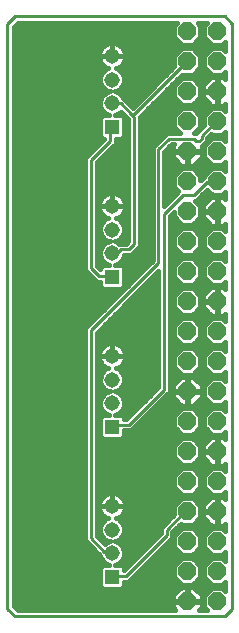
<source format=gbl>
G75*
%MOIN*%
%OFA0B0*%
%FSLAX25Y25*%
%IPPOS*%
%LPD*%
%AMOC8*
5,1,8,0,0,1.08239X$1,22.5*
%
%ADD10C,0.01000*%
%ADD11R,0.05150X0.05150*%
%ADD12C,0.05150*%
%ADD13OC8,0.06000*%
%ADD14C,0.01600*%
D10*
X0011800Y0014300D02*
X0011800Y0209300D01*
X0014300Y0211800D01*
X0084300Y0211800D01*
X0086800Y0209300D01*
X0086800Y0014300D01*
X0084300Y0011800D01*
X0014300Y0011800D01*
X0011800Y0014300D01*
X0039700Y0037900D02*
X0039700Y0107200D01*
X0062200Y0129700D01*
X0062200Y0167500D01*
X0065800Y0171100D01*
X0073900Y0171100D01*
X0074800Y0170200D01*
X0075700Y0170200D01*
X0076600Y0171100D01*
X0076600Y0172000D01*
X0081100Y0176500D01*
X0081800Y0176800D01*
X0081800Y0156800D02*
X0081100Y0156700D01*
X0078400Y0156700D01*
X0073900Y0152200D01*
X0070300Y0152200D01*
X0064000Y0145900D01*
X0064000Y0087400D01*
X0052300Y0075700D01*
X0046900Y0075700D01*
X0046800Y0074989D01*
X0039700Y0037900D02*
X0044200Y0033400D01*
X0046000Y0033400D01*
X0046800Y0032863D01*
X0046900Y0025300D02*
X0046800Y0024989D01*
X0046900Y0025300D02*
X0051400Y0025300D01*
X0064900Y0038800D01*
X0064900Y0040600D01*
X0071200Y0046900D01*
X0071800Y0046800D01*
X0046800Y0124989D02*
X0046000Y0125200D01*
X0042400Y0125200D01*
X0039700Y0127900D01*
X0039700Y0163900D01*
X0046000Y0170200D01*
X0046000Y0174700D01*
X0046800Y0174989D01*
X0053200Y0179200D02*
X0049600Y0182800D01*
X0046900Y0182800D01*
X0046800Y0182863D01*
X0053200Y0179200D02*
X0054100Y0179200D01*
X0071200Y0196300D01*
X0071800Y0196800D01*
X0054100Y0178300D02*
X0053200Y0179200D01*
X0054100Y0178300D02*
X0054100Y0136000D01*
X0052300Y0134200D01*
X0049600Y0134200D01*
X0048700Y0133300D01*
X0046900Y0133300D01*
X0046800Y0132863D01*
D11*
X0046800Y0124989D03*
X0046800Y0074989D03*
X0046800Y0024989D03*
X0046800Y0174989D03*
D12*
X0046800Y0182863D03*
X0046800Y0190737D03*
X0046800Y0198611D03*
X0046800Y0148611D03*
X0046800Y0140737D03*
X0046800Y0132863D03*
X0046800Y0098611D03*
X0046800Y0090737D03*
X0046800Y0082863D03*
X0046800Y0048611D03*
X0046800Y0040737D03*
X0046800Y0032863D03*
D13*
X0071800Y0036800D03*
X0071800Y0046800D03*
X0071800Y0056800D03*
X0071800Y0066800D03*
X0071800Y0076800D03*
X0071800Y0086800D03*
X0071800Y0096800D03*
X0071800Y0106800D03*
X0071800Y0116800D03*
X0071800Y0126800D03*
X0071800Y0136800D03*
X0071800Y0146800D03*
X0071800Y0156800D03*
X0071800Y0166800D03*
X0071800Y0176800D03*
X0071800Y0186800D03*
X0071800Y0196800D03*
X0071800Y0206800D03*
X0081800Y0206800D03*
X0081800Y0196800D03*
X0081800Y0186800D03*
X0081800Y0176800D03*
X0081800Y0166800D03*
X0081800Y0156800D03*
X0081800Y0146800D03*
X0081800Y0136800D03*
X0081800Y0126800D03*
X0081800Y0116800D03*
X0081800Y0106800D03*
X0081800Y0096800D03*
X0081800Y0086800D03*
X0081800Y0076800D03*
X0081800Y0066800D03*
X0081800Y0056800D03*
X0081800Y0046800D03*
X0081800Y0036800D03*
X0081800Y0026800D03*
X0081800Y0016800D03*
X0071800Y0016800D03*
X0071800Y0026800D03*
D14*
X0069388Y0022990D02*
X0050775Y0022990D01*
X0050775Y0023400D02*
X0052187Y0023400D01*
X0065687Y0036900D01*
X0066800Y0038013D01*
X0066800Y0039813D01*
X0069682Y0042695D01*
X0069977Y0042400D01*
X0073623Y0042400D01*
X0076200Y0044977D01*
X0076200Y0048623D01*
X0073623Y0051200D01*
X0069977Y0051200D01*
X0067400Y0048623D01*
X0067400Y0045787D01*
X0063000Y0041387D01*
X0063000Y0039587D01*
X0050775Y0027362D01*
X0050775Y0028144D01*
X0049955Y0028964D01*
X0047773Y0028964D01*
X0049052Y0029493D01*
X0050170Y0030611D01*
X0050775Y0032072D01*
X0050775Y0033654D01*
X0050170Y0035115D01*
X0049052Y0036233D01*
X0047682Y0036800D01*
X0049052Y0037367D01*
X0050170Y0038485D01*
X0050775Y0039946D01*
X0050775Y0041528D01*
X0050170Y0042989D01*
X0049052Y0044107D01*
X0048191Y0044463D01*
X0048479Y0044557D01*
X0049093Y0044869D01*
X0049650Y0045274D01*
X0050137Y0045761D01*
X0050542Y0046318D01*
X0050854Y0046932D01*
X0051067Y0047587D01*
X0051175Y0048267D01*
X0051175Y0048611D01*
X0046800Y0048611D01*
X0046800Y0048611D01*
X0042425Y0048611D01*
X0042425Y0048267D01*
X0042533Y0047587D01*
X0042746Y0046932D01*
X0043058Y0046318D01*
X0043463Y0045761D01*
X0043950Y0045274D01*
X0044507Y0044869D01*
X0045121Y0044557D01*
X0045409Y0044463D01*
X0044548Y0044107D01*
X0043430Y0042989D01*
X0042825Y0041528D01*
X0042825Y0039946D01*
X0043430Y0038485D01*
X0044548Y0037367D01*
X0045918Y0036800D01*
X0044548Y0036233D01*
X0044301Y0035986D01*
X0041600Y0038687D01*
X0041600Y0106413D01*
X0062100Y0126913D01*
X0062100Y0088187D01*
X0051513Y0077600D01*
X0050775Y0077600D01*
X0050775Y0078144D01*
X0049955Y0078964D01*
X0047773Y0078964D01*
X0049052Y0079493D01*
X0050170Y0080611D01*
X0050775Y0082072D01*
X0050775Y0083654D01*
X0050170Y0085115D01*
X0049052Y0086233D01*
X0047682Y0086800D01*
X0049052Y0087367D01*
X0050170Y0088485D01*
X0050775Y0089946D01*
X0050775Y0091528D01*
X0050170Y0092989D01*
X0049052Y0094107D01*
X0048191Y0094463D01*
X0048479Y0094557D01*
X0049093Y0094869D01*
X0049650Y0095274D01*
X0050137Y0095761D01*
X0050542Y0096318D01*
X0050854Y0096932D01*
X0051067Y0097587D01*
X0051175Y0098267D01*
X0051175Y0098611D01*
X0046800Y0098611D01*
X0046800Y0098611D01*
X0042425Y0098611D01*
X0042425Y0098267D01*
X0042533Y0097587D01*
X0042746Y0096932D01*
X0043058Y0096318D01*
X0043463Y0095761D01*
X0043950Y0095274D01*
X0044507Y0094869D01*
X0045121Y0094557D01*
X0045409Y0094463D01*
X0044548Y0094107D01*
X0043430Y0092989D01*
X0042825Y0091528D01*
X0042825Y0089946D01*
X0043430Y0088485D01*
X0044548Y0087367D01*
X0045918Y0086800D01*
X0044548Y0086233D01*
X0043430Y0085115D01*
X0042825Y0083654D01*
X0042825Y0082072D01*
X0043430Y0080611D01*
X0044548Y0079493D01*
X0045827Y0078964D01*
X0043645Y0078964D01*
X0042825Y0078144D01*
X0042825Y0071834D01*
X0043645Y0071014D01*
X0049955Y0071014D01*
X0050775Y0071834D01*
X0050775Y0073800D01*
X0053087Y0073800D01*
X0064787Y0085500D01*
X0065900Y0086613D01*
X0065900Y0145113D01*
X0067400Y0146613D01*
X0067400Y0144977D01*
X0069977Y0142400D01*
X0073623Y0142400D01*
X0076200Y0144977D01*
X0076200Y0148623D01*
X0074523Y0150300D01*
X0074687Y0150300D01*
X0078382Y0153995D01*
X0079977Y0152400D01*
X0083623Y0152400D01*
X0084500Y0153277D01*
X0084500Y0150888D01*
X0083788Y0151600D01*
X0082000Y0151600D01*
X0082000Y0147000D01*
X0081600Y0147000D01*
X0081600Y0151600D01*
X0079812Y0151600D01*
X0077000Y0148788D01*
X0077000Y0147000D01*
X0081600Y0147000D01*
X0081600Y0146600D01*
X0082000Y0146600D01*
X0082000Y0142000D01*
X0083788Y0142000D01*
X0084500Y0142712D01*
X0084500Y0140323D01*
X0083623Y0141200D01*
X0079977Y0141200D01*
X0077400Y0138623D01*
X0077400Y0134977D01*
X0079977Y0132400D01*
X0083623Y0132400D01*
X0084500Y0133277D01*
X0084500Y0130323D01*
X0083623Y0131200D01*
X0079977Y0131200D01*
X0077400Y0128623D01*
X0077400Y0124977D01*
X0079977Y0122400D01*
X0083623Y0122400D01*
X0084500Y0123277D01*
X0084500Y0120888D01*
X0083788Y0121600D01*
X0082000Y0121600D01*
X0082000Y0117000D01*
X0081600Y0117000D01*
X0081600Y0121600D01*
X0079812Y0121600D01*
X0077000Y0118788D01*
X0077000Y0117000D01*
X0081600Y0117000D01*
X0081600Y0116600D01*
X0082000Y0116600D01*
X0082000Y0112000D01*
X0083788Y0112000D01*
X0084500Y0112712D01*
X0084500Y0110323D01*
X0083623Y0111200D01*
X0079977Y0111200D01*
X0077400Y0108623D01*
X0077400Y0104977D01*
X0079977Y0102400D01*
X0083623Y0102400D01*
X0084500Y0103277D01*
X0084500Y0100323D01*
X0083623Y0101200D01*
X0079977Y0101200D01*
X0077400Y0098623D01*
X0077400Y0094977D01*
X0079977Y0092400D01*
X0083623Y0092400D01*
X0084500Y0093277D01*
X0084500Y0090323D01*
X0083623Y0091200D01*
X0079977Y0091200D01*
X0077400Y0088623D01*
X0077400Y0084977D01*
X0079977Y0082400D01*
X0083623Y0082400D01*
X0084500Y0083277D01*
X0084500Y0080323D01*
X0083623Y0081200D01*
X0079977Y0081200D01*
X0077400Y0078623D01*
X0077400Y0074977D01*
X0079977Y0072400D01*
X0083623Y0072400D01*
X0084500Y0073277D01*
X0084500Y0070888D01*
X0083788Y0071600D01*
X0082000Y0071600D01*
X0082000Y0067000D01*
X0081600Y0067000D01*
X0081600Y0071600D01*
X0079812Y0071600D01*
X0077000Y0068788D01*
X0077000Y0067000D01*
X0081600Y0067000D01*
X0081600Y0066600D01*
X0082000Y0066600D01*
X0082000Y0062000D01*
X0083788Y0062000D01*
X0084500Y0062712D01*
X0084500Y0060323D01*
X0083623Y0061200D01*
X0079977Y0061200D01*
X0077400Y0058623D01*
X0077400Y0054977D01*
X0079977Y0052400D01*
X0083623Y0052400D01*
X0084500Y0053277D01*
X0084500Y0050888D01*
X0083788Y0051600D01*
X0082000Y0051600D01*
X0082000Y0047000D01*
X0081600Y0047000D01*
X0081600Y0051600D01*
X0079812Y0051600D01*
X0077000Y0048788D01*
X0077000Y0047000D01*
X0081600Y0047000D01*
X0081600Y0046600D01*
X0082000Y0046600D01*
X0082000Y0042000D01*
X0083788Y0042000D01*
X0084500Y0042712D01*
X0084500Y0040323D01*
X0083623Y0041200D01*
X0079977Y0041200D01*
X0077400Y0038623D01*
X0077400Y0034977D01*
X0079977Y0032400D01*
X0083623Y0032400D01*
X0084500Y0033277D01*
X0084500Y0030323D01*
X0083623Y0031200D01*
X0079977Y0031200D01*
X0077400Y0028623D01*
X0077400Y0024977D01*
X0079977Y0022400D01*
X0083623Y0022400D01*
X0084500Y0023277D01*
X0084500Y0020323D01*
X0083623Y0021200D01*
X0079977Y0021200D01*
X0077400Y0018623D01*
X0077400Y0014977D01*
X0078277Y0014100D01*
X0075888Y0014100D01*
X0076600Y0014812D01*
X0076600Y0016600D01*
X0072000Y0016600D01*
X0072000Y0017000D01*
X0071600Y0017000D01*
X0071600Y0021600D01*
X0069812Y0021600D01*
X0067000Y0018788D01*
X0067000Y0017000D01*
X0071600Y0017000D01*
X0071600Y0016600D01*
X0067000Y0016600D01*
X0067000Y0014812D01*
X0067712Y0014100D01*
X0015253Y0014100D01*
X0014100Y0015253D01*
X0014100Y0208347D01*
X0015253Y0209500D01*
X0068277Y0209500D01*
X0067400Y0208623D01*
X0067400Y0204977D01*
X0069977Y0202400D01*
X0073623Y0202400D01*
X0076200Y0204977D01*
X0076200Y0208623D01*
X0075323Y0209500D01*
X0078277Y0209500D01*
X0077400Y0208623D01*
X0077400Y0204977D01*
X0079977Y0202400D01*
X0083623Y0202400D01*
X0084500Y0203277D01*
X0084500Y0200323D01*
X0083623Y0201200D01*
X0079977Y0201200D01*
X0077400Y0198623D01*
X0077400Y0194977D01*
X0079977Y0192400D01*
X0083623Y0192400D01*
X0084500Y0193277D01*
X0084500Y0190888D01*
X0083788Y0191600D01*
X0082000Y0191600D01*
X0082000Y0187000D01*
X0081600Y0187000D01*
X0081600Y0191600D01*
X0079812Y0191600D01*
X0077000Y0188788D01*
X0077000Y0187000D01*
X0081600Y0187000D01*
X0081600Y0186600D01*
X0082000Y0186600D01*
X0082000Y0182000D01*
X0083788Y0182000D01*
X0084500Y0182712D01*
X0084500Y0180323D01*
X0083623Y0181200D01*
X0079977Y0181200D01*
X0077400Y0178623D01*
X0077400Y0175487D01*
X0074800Y0172887D01*
X0074687Y0173000D01*
X0074223Y0173000D01*
X0076200Y0174977D01*
X0076200Y0178623D01*
X0073623Y0181200D01*
X0069977Y0181200D01*
X0067400Y0178623D01*
X0067400Y0174977D01*
X0069377Y0173000D01*
X0065013Y0173000D01*
X0063900Y0171887D01*
X0060300Y0168287D01*
X0060300Y0130487D01*
X0037800Y0107987D01*
X0037800Y0037113D01*
X0038913Y0036000D01*
X0042825Y0032088D01*
X0042825Y0032072D01*
X0043430Y0030611D01*
X0044548Y0029493D01*
X0045827Y0028964D01*
X0043645Y0028964D01*
X0042825Y0028144D01*
X0042825Y0021834D01*
X0043645Y0021014D01*
X0049955Y0021014D01*
X0050775Y0021834D01*
X0050775Y0023400D01*
X0050332Y0021391D02*
X0069603Y0021391D01*
X0069977Y0022400D02*
X0073623Y0022400D01*
X0076200Y0024977D01*
X0076200Y0028623D01*
X0073623Y0031200D01*
X0069977Y0031200D01*
X0067400Y0028623D01*
X0067400Y0024977D01*
X0069977Y0022400D01*
X0071600Y0021391D02*
X0072000Y0021391D01*
X0072000Y0021600D02*
X0072000Y0017000D01*
X0076600Y0017000D01*
X0076600Y0018788D01*
X0073788Y0021600D01*
X0072000Y0021600D01*
X0072000Y0019793D02*
X0071600Y0019793D01*
X0071600Y0018194D02*
X0072000Y0018194D01*
X0073997Y0021391D02*
X0084500Y0021391D01*
X0084500Y0022990D02*
X0084212Y0022990D01*
X0084500Y0030982D02*
X0083840Y0030982D01*
X0083803Y0032581D02*
X0084500Y0032581D01*
X0084500Y0040573D02*
X0084249Y0040573D01*
X0084500Y0042172D02*
X0083960Y0042172D01*
X0082000Y0042172D02*
X0081600Y0042172D01*
X0081600Y0042000D02*
X0081600Y0046600D01*
X0077000Y0046600D01*
X0077000Y0044812D01*
X0079812Y0042000D01*
X0081600Y0042000D01*
X0081600Y0043770D02*
X0082000Y0043770D01*
X0082000Y0045369D02*
X0081600Y0045369D01*
X0081600Y0046967D02*
X0076200Y0046967D01*
X0076200Y0045369D02*
X0077000Y0045369D01*
X0078042Y0043770D02*
X0074993Y0043770D01*
X0074249Y0040573D02*
X0079351Y0040573D01*
X0079640Y0042172D02*
X0069159Y0042172D01*
X0069977Y0041200D02*
X0067400Y0038623D01*
X0067400Y0034977D01*
X0069977Y0032400D01*
X0073623Y0032400D01*
X0076200Y0034977D01*
X0076200Y0038623D01*
X0073623Y0041200D01*
X0069977Y0041200D01*
X0069351Y0040573D02*
X0067560Y0040573D01*
X0067752Y0038975D02*
X0066800Y0038975D01*
X0067400Y0037376D02*
X0066163Y0037376D01*
X0067400Y0035778D02*
X0064565Y0035778D01*
X0062966Y0034179D02*
X0068198Y0034179D01*
X0069797Y0032581D02*
X0061368Y0032581D01*
X0059769Y0030982D02*
X0069760Y0030982D01*
X0068161Y0029384D02*
X0058171Y0029384D01*
X0056572Y0027785D02*
X0067400Y0027785D01*
X0067400Y0026187D02*
X0054974Y0026187D01*
X0053375Y0024588D02*
X0067789Y0024588D01*
X0068004Y0019793D02*
X0014100Y0019793D01*
X0014100Y0021391D02*
X0043268Y0021391D01*
X0042825Y0022990D02*
X0014100Y0022990D01*
X0014100Y0024588D02*
X0042825Y0024588D01*
X0042825Y0026187D02*
X0014100Y0026187D01*
X0014100Y0027785D02*
X0042825Y0027785D01*
X0043277Y0030982D02*
X0014100Y0030982D01*
X0014100Y0029384D02*
X0044813Y0029384D01*
X0042332Y0032581D02*
X0014100Y0032581D01*
X0014100Y0034179D02*
X0040734Y0034179D01*
X0039135Y0035778D02*
X0014100Y0035778D01*
X0014100Y0037376D02*
X0037800Y0037376D01*
X0037800Y0038975D02*
X0014100Y0038975D01*
X0014100Y0040573D02*
X0037800Y0040573D01*
X0037800Y0042172D02*
X0014100Y0042172D01*
X0014100Y0043770D02*
X0037800Y0043770D01*
X0037800Y0045369D02*
X0014100Y0045369D01*
X0014100Y0046967D02*
X0037800Y0046967D01*
X0037800Y0048566D02*
X0014100Y0048566D01*
X0014100Y0050164D02*
X0037800Y0050164D01*
X0037800Y0051763D02*
X0014100Y0051763D01*
X0014100Y0053361D02*
X0037800Y0053361D01*
X0037800Y0054960D02*
X0014100Y0054960D01*
X0014100Y0056558D02*
X0037800Y0056558D01*
X0037800Y0058157D02*
X0014100Y0058157D01*
X0014100Y0059755D02*
X0037800Y0059755D01*
X0037800Y0061354D02*
X0014100Y0061354D01*
X0014100Y0062952D02*
X0037800Y0062952D01*
X0037800Y0064551D02*
X0014100Y0064551D01*
X0014100Y0066149D02*
X0037800Y0066149D01*
X0037800Y0067748D02*
X0014100Y0067748D01*
X0014100Y0069346D02*
X0037800Y0069346D01*
X0037800Y0070945D02*
X0014100Y0070945D01*
X0014100Y0072543D02*
X0037800Y0072543D01*
X0037800Y0074142D02*
X0014100Y0074142D01*
X0014100Y0075740D02*
X0037800Y0075740D01*
X0037800Y0077339D02*
X0014100Y0077339D01*
X0014100Y0078937D02*
X0037800Y0078937D01*
X0037800Y0080536D02*
X0014100Y0080536D01*
X0014100Y0082134D02*
X0037800Y0082134D01*
X0037800Y0083733D02*
X0014100Y0083733D01*
X0014100Y0085332D02*
X0037800Y0085332D01*
X0037800Y0086930D02*
X0014100Y0086930D01*
X0014100Y0088529D02*
X0037800Y0088529D01*
X0037800Y0090127D02*
X0014100Y0090127D01*
X0014100Y0091726D02*
X0037800Y0091726D01*
X0037800Y0093324D02*
X0014100Y0093324D01*
X0014100Y0094923D02*
X0037800Y0094923D01*
X0037800Y0096521D02*
X0014100Y0096521D01*
X0014100Y0098120D02*
X0037800Y0098120D01*
X0037800Y0099718D02*
X0014100Y0099718D01*
X0014100Y0101317D02*
X0037800Y0101317D01*
X0037800Y0102915D02*
X0014100Y0102915D01*
X0014100Y0104514D02*
X0037800Y0104514D01*
X0037800Y0106112D02*
X0014100Y0106112D01*
X0014100Y0107711D02*
X0037800Y0107711D01*
X0039122Y0109309D02*
X0014100Y0109309D01*
X0014100Y0110908D02*
X0040721Y0110908D01*
X0042319Y0112506D02*
X0014100Y0112506D01*
X0014100Y0114105D02*
X0043918Y0114105D01*
X0045516Y0115703D02*
X0014100Y0115703D01*
X0014100Y0117302D02*
X0047115Y0117302D01*
X0048713Y0118900D02*
X0014100Y0118900D01*
X0014100Y0120499D02*
X0050312Y0120499D01*
X0049955Y0121014D02*
X0050775Y0121834D01*
X0050775Y0128144D01*
X0049955Y0128964D01*
X0047773Y0128964D01*
X0049052Y0129493D01*
X0050170Y0130611D01*
X0050775Y0132072D01*
X0050775Y0132300D01*
X0053087Y0132300D01*
X0054887Y0134100D01*
X0056000Y0135213D01*
X0056000Y0178413D01*
X0069987Y0192400D01*
X0073623Y0192400D01*
X0076200Y0194977D01*
X0076200Y0198623D01*
X0073623Y0201200D01*
X0069977Y0201200D01*
X0067400Y0198623D01*
X0067400Y0195187D01*
X0053650Y0181437D01*
X0051500Y0183587D01*
X0050387Y0184700D01*
X0050341Y0184700D01*
X0050170Y0185115D01*
X0049052Y0186233D01*
X0047682Y0186800D01*
X0049052Y0187367D01*
X0050170Y0188485D01*
X0050775Y0189946D01*
X0050775Y0191528D01*
X0050170Y0192989D01*
X0049052Y0194107D01*
X0048191Y0194463D01*
X0048479Y0194557D01*
X0049093Y0194869D01*
X0049650Y0195274D01*
X0050137Y0195761D01*
X0050542Y0196318D01*
X0050854Y0196932D01*
X0051067Y0197587D01*
X0051175Y0198267D01*
X0051175Y0198611D01*
X0046800Y0198611D01*
X0046800Y0198611D01*
X0042425Y0198611D01*
X0042425Y0198267D01*
X0042533Y0197587D01*
X0042746Y0196932D01*
X0043058Y0196318D01*
X0043463Y0195761D01*
X0043950Y0195274D01*
X0044507Y0194869D01*
X0045121Y0194557D01*
X0045409Y0194463D01*
X0044548Y0194107D01*
X0043430Y0192989D01*
X0042825Y0191528D01*
X0042825Y0189946D01*
X0043430Y0188485D01*
X0044548Y0187367D01*
X0045918Y0186800D01*
X0044548Y0186233D01*
X0043430Y0185115D01*
X0042825Y0183654D01*
X0042825Y0182072D01*
X0043430Y0180611D01*
X0044548Y0179493D01*
X0045827Y0178964D01*
X0043645Y0178964D01*
X0042825Y0178144D01*
X0042825Y0171834D01*
X0043645Y0171014D01*
X0044100Y0171014D01*
X0044100Y0170987D01*
X0037800Y0164687D01*
X0037800Y0127113D01*
X0038913Y0126000D01*
X0041613Y0123300D01*
X0042825Y0123300D01*
X0042825Y0121834D01*
X0043645Y0121014D01*
X0049955Y0121014D01*
X0050775Y0122097D02*
X0051910Y0122097D01*
X0050775Y0123696D02*
X0053509Y0123696D01*
X0055107Y0125294D02*
X0050775Y0125294D01*
X0050775Y0126893D02*
X0056706Y0126893D01*
X0058304Y0128491D02*
X0050427Y0128491D01*
X0049648Y0130090D02*
X0059903Y0130090D01*
X0060300Y0131688D02*
X0050616Y0131688D01*
X0051513Y0136100D02*
X0049184Y0136100D01*
X0049052Y0136233D01*
X0047682Y0136800D01*
X0049052Y0137367D01*
X0050170Y0138485D01*
X0050775Y0139946D01*
X0050775Y0141528D01*
X0050170Y0142989D01*
X0049052Y0144107D01*
X0048191Y0144463D01*
X0048479Y0144557D01*
X0049093Y0144869D01*
X0049650Y0145274D01*
X0050137Y0145761D01*
X0050542Y0146318D01*
X0050854Y0146932D01*
X0051067Y0147587D01*
X0051175Y0148267D01*
X0051175Y0148611D01*
X0046800Y0148611D01*
X0046800Y0148611D01*
X0042425Y0148611D01*
X0042425Y0148267D01*
X0042533Y0147587D01*
X0042746Y0146932D01*
X0043058Y0146318D01*
X0043463Y0145761D01*
X0043950Y0145274D01*
X0044507Y0144869D01*
X0045121Y0144557D01*
X0045409Y0144463D01*
X0044548Y0144107D01*
X0043430Y0142989D01*
X0042825Y0141528D01*
X0042825Y0139946D01*
X0043430Y0138485D01*
X0044548Y0137367D01*
X0045918Y0136800D01*
X0044548Y0136233D01*
X0043430Y0135115D01*
X0042825Y0133654D01*
X0042825Y0132072D01*
X0043430Y0130611D01*
X0044548Y0129493D01*
X0045827Y0128964D01*
X0043645Y0128964D01*
X0042825Y0128144D01*
X0042825Y0127462D01*
X0041600Y0128687D01*
X0041600Y0163113D01*
X0046787Y0168300D01*
X0047900Y0169413D01*
X0047900Y0171014D01*
X0049955Y0171014D01*
X0050775Y0171834D01*
X0050775Y0178144D01*
X0049955Y0178964D01*
X0047773Y0178964D01*
X0049052Y0179493D01*
X0049636Y0180077D01*
X0051300Y0178413D01*
X0051300Y0178413D01*
X0052200Y0177513D01*
X0052200Y0136787D01*
X0051513Y0136100D01*
X0051897Y0136484D02*
X0048445Y0136484D01*
X0049767Y0138082D02*
X0052200Y0138082D01*
X0052200Y0139681D02*
X0050665Y0139681D01*
X0050775Y0141279D02*
X0052200Y0141279D01*
X0052200Y0142878D02*
X0050215Y0142878D01*
X0048232Y0144476D02*
X0052200Y0144476D01*
X0052200Y0146075D02*
X0050365Y0146075D01*
X0051081Y0147673D02*
X0052200Y0147673D01*
X0051175Y0148611D02*
X0051175Y0148955D01*
X0051067Y0149635D01*
X0050854Y0150290D01*
X0050542Y0150904D01*
X0050137Y0151461D01*
X0049650Y0151948D01*
X0049093Y0152353D01*
X0048479Y0152665D01*
X0047824Y0152878D01*
X0047144Y0152986D01*
X0046800Y0152986D01*
X0046456Y0152986D01*
X0045776Y0152878D01*
X0045121Y0152665D01*
X0044507Y0152353D01*
X0043950Y0151948D01*
X0043463Y0151461D01*
X0043058Y0150904D01*
X0042746Y0150290D01*
X0042533Y0149635D01*
X0042425Y0148955D01*
X0042425Y0148611D01*
X0046800Y0148611D01*
X0046800Y0148611D01*
X0051175Y0148611D01*
X0051125Y0149272D02*
X0052200Y0149272D01*
X0052200Y0150870D02*
X0050559Y0150870D01*
X0052200Y0152469D02*
X0048865Y0152469D01*
X0046800Y0152469D02*
X0046800Y0152469D01*
X0046800Y0152986D02*
X0046800Y0148611D01*
X0046800Y0148611D01*
X0046800Y0152986D01*
X0046800Y0150870D02*
X0046800Y0150870D01*
X0046800Y0149272D02*
X0046800Y0149272D01*
X0044735Y0152469D02*
X0041600Y0152469D01*
X0041600Y0154068D02*
X0052200Y0154068D01*
X0052200Y0155666D02*
X0041600Y0155666D01*
X0041600Y0157265D02*
X0052200Y0157265D01*
X0052200Y0158863D02*
X0041600Y0158863D01*
X0041600Y0160462D02*
X0052200Y0160462D01*
X0052200Y0162060D02*
X0041600Y0162060D01*
X0042146Y0163659D02*
X0052200Y0163659D01*
X0052200Y0165257D02*
X0043744Y0165257D01*
X0045343Y0166856D02*
X0052200Y0166856D01*
X0052200Y0168454D02*
X0046941Y0168454D01*
X0047900Y0170053D02*
X0052200Y0170053D01*
X0052200Y0171651D02*
X0050592Y0171651D01*
X0050775Y0173250D02*
X0052200Y0173250D01*
X0052200Y0174848D02*
X0050775Y0174848D01*
X0050775Y0176447D02*
X0052200Y0176447D01*
X0051668Y0178045D02*
X0050775Y0178045D01*
X0050069Y0179644D02*
X0049202Y0179644D01*
X0050648Y0184439D02*
X0056652Y0184439D01*
X0055054Y0182841D02*
X0052246Y0182841D01*
X0049320Y0187636D02*
X0059849Y0187636D01*
X0058251Y0186038D02*
X0049246Y0186038D01*
X0050480Y0189235D02*
X0061448Y0189235D01*
X0063046Y0190833D02*
X0050775Y0190833D01*
X0050400Y0192432D02*
X0064645Y0192432D01*
X0066243Y0194030D02*
X0049128Y0194030D01*
X0050005Y0195629D02*
X0067400Y0195629D01*
X0067400Y0197227D02*
X0050950Y0197227D01*
X0051175Y0198611D02*
X0051175Y0198955D01*
X0051067Y0199635D01*
X0050854Y0200290D01*
X0050542Y0200904D01*
X0050137Y0201461D01*
X0049650Y0201948D01*
X0049093Y0202353D01*
X0048479Y0202665D01*
X0047824Y0202878D01*
X0047144Y0202986D01*
X0046800Y0202986D01*
X0046800Y0198611D01*
X0046800Y0198611D01*
X0051175Y0198611D01*
X0051175Y0198826D02*
X0067603Y0198826D01*
X0069202Y0200424D02*
X0050786Y0200424D01*
X0049547Y0202023D02*
X0084500Y0202023D01*
X0084500Y0200424D02*
X0084398Y0200424D01*
X0084500Y0192432D02*
X0083654Y0192432D01*
X0082000Y0190833D02*
X0081600Y0190833D01*
X0081600Y0189235D02*
X0082000Y0189235D01*
X0082000Y0187636D02*
X0081600Y0187636D01*
X0081600Y0186600D02*
X0077000Y0186600D01*
X0077000Y0184812D01*
X0079812Y0182000D01*
X0081600Y0182000D01*
X0081600Y0186600D01*
X0081600Y0186038D02*
X0082000Y0186038D01*
X0082000Y0184439D02*
X0081600Y0184439D01*
X0081600Y0182841D02*
X0082000Y0182841D01*
X0084500Y0181242D02*
X0058829Y0181242D01*
X0057231Y0179644D02*
X0068421Y0179644D01*
X0067400Y0178045D02*
X0056000Y0178045D01*
X0056000Y0176447D02*
X0067400Y0176447D01*
X0067529Y0174848D02*
X0056000Y0174848D01*
X0056000Y0173250D02*
X0069128Y0173250D01*
X0067412Y0169200D02*
X0067000Y0168788D01*
X0067000Y0167000D01*
X0071600Y0167000D01*
X0071600Y0166600D01*
X0072000Y0166600D01*
X0072000Y0167000D01*
X0076600Y0167000D01*
X0076600Y0168413D01*
X0077387Y0169200D01*
X0078500Y0170313D01*
X0078500Y0171213D01*
X0079832Y0172545D01*
X0079977Y0172400D01*
X0083623Y0172400D01*
X0084500Y0173277D01*
X0084500Y0170323D01*
X0083623Y0171200D01*
X0079977Y0171200D01*
X0077400Y0168623D01*
X0077400Y0164977D01*
X0079977Y0162400D01*
X0083623Y0162400D01*
X0084500Y0163277D01*
X0084500Y0160323D01*
X0083623Y0161200D01*
X0079977Y0161200D01*
X0077400Y0158623D01*
X0077400Y0158387D01*
X0076500Y0157487D01*
X0076200Y0157187D01*
X0076200Y0158623D01*
X0073623Y0161200D01*
X0069977Y0161200D01*
X0067400Y0158623D01*
X0067400Y0154977D01*
X0068895Y0153482D01*
X0068400Y0152987D01*
X0064100Y0148687D01*
X0064100Y0166713D01*
X0066587Y0169200D01*
X0067412Y0169200D01*
X0067000Y0168454D02*
X0065841Y0168454D01*
X0067000Y0166600D02*
X0067000Y0164812D01*
X0069812Y0162000D01*
X0071600Y0162000D01*
X0071600Y0166600D01*
X0067000Y0166600D01*
X0067000Y0165257D02*
X0064100Y0165257D01*
X0064100Y0163659D02*
X0068153Y0163659D01*
X0069752Y0162060D02*
X0064100Y0162060D01*
X0064100Y0160462D02*
X0069239Y0160462D01*
X0067641Y0158863D02*
X0064100Y0158863D01*
X0064100Y0157265D02*
X0067400Y0157265D01*
X0067400Y0155666D02*
X0064100Y0155666D01*
X0064100Y0154068D02*
X0068310Y0154068D01*
X0067882Y0152469D02*
X0064100Y0152469D01*
X0064100Y0150870D02*
X0066284Y0150870D01*
X0064685Y0149272D02*
X0064100Y0149272D01*
X0066862Y0146075D02*
X0067400Y0146075D01*
X0067901Y0144476D02*
X0065900Y0144476D01*
X0065900Y0142878D02*
X0069500Y0142878D01*
X0069977Y0141200D02*
X0067400Y0138623D01*
X0067400Y0134977D01*
X0069977Y0132400D01*
X0073623Y0132400D01*
X0076200Y0134977D01*
X0076200Y0138623D01*
X0073623Y0141200D01*
X0069977Y0141200D01*
X0068458Y0139681D02*
X0065900Y0139681D01*
X0065900Y0141279D02*
X0084500Y0141279D01*
X0082000Y0142878D02*
X0081600Y0142878D01*
X0081600Y0142000D02*
X0081600Y0146600D01*
X0077000Y0146600D01*
X0077000Y0144812D01*
X0079812Y0142000D01*
X0081600Y0142000D01*
X0081600Y0144476D02*
X0082000Y0144476D01*
X0082000Y0146075D02*
X0081600Y0146075D01*
X0081600Y0147673D02*
X0082000Y0147673D01*
X0082000Y0149272D02*
X0081600Y0149272D01*
X0081600Y0150870D02*
X0082000Y0150870D01*
X0083692Y0152469D02*
X0084500Y0152469D01*
X0084500Y0160462D02*
X0084361Y0160462D01*
X0084500Y0162060D02*
X0073848Y0162060D01*
X0073788Y0162000D02*
X0076600Y0164812D01*
X0076600Y0166600D01*
X0072000Y0166600D01*
X0072000Y0162000D01*
X0073788Y0162000D01*
X0074361Y0160462D02*
X0079239Y0160462D01*
X0077641Y0158863D02*
X0075959Y0158863D01*
X0076200Y0157265D02*
X0076278Y0157265D01*
X0076856Y0152469D02*
X0079908Y0152469D01*
X0079082Y0150870D02*
X0075257Y0150870D01*
X0075551Y0149272D02*
X0077484Y0149272D01*
X0077000Y0147673D02*
X0076200Y0147673D01*
X0076200Y0146075D02*
X0077000Y0146075D01*
X0077335Y0144476D02*
X0075699Y0144476D01*
X0074100Y0142878D02*
X0078934Y0142878D01*
X0078458Y0139681D02*
X0075142Y0139681D01*
X0076200Y0138082D02*
X0077400Y0138082D01*
X0077400Y0136484D02*
X0076200Y0136484D01*
X0076108Y0134885D02*
X0077492Y0134885D01*
X0079091Y0133287D02*
X0074509Y0133287D01*
X0073623Y0131200D02*
X0069977Y0131200D01*
X0067400Y0128623D01*
X0067400Y0124977D01*
X0069977Y0122400D01*
X0073623Y0122400D01*
X0076200Y0124977D01*
X0076200Y0128623D01*
X0073623Y0131200D01*
X0074733Y0130090D02*
X0078867Y0130090D01*
X0077400Y0128491D02*
X0076200Y0128491D01*
X0076200Y0126893D02*
X0077400Y0126893D01*
X0077400Y0125294D02*
X0076200Y0125294D01*
X0074918Y0123696D02*
X0078682Y0123696D01*
X0078711Y0120499D02*
X0074324Y0120499D01*
X0073623Y0121200D02*
X0069977Y0121200D01*
X0067400Y0118623D01*
X0067400Y0114977D01*
X0069977Y0112400D01*
X0073623Y0112400D01*
X0076200Y0114977D01*
X0076200Y0118623D01*
X0073623Y0121200D01*
X0075922Y0118900D02*
X0077112Y0118900D01*
X0077000Y0117302D02*
X0076200Y0117302D01*
X0077000Y0116600D02*
X0077000Y0114812D01*
X0079812Y0112000D01*
X0081600Y0112000D01*
X0081600Y0116600D01*
X0077000Y0116600D01*
X0077000Y0115703D02*
X0076200Y0115703D01*
X0075327Y0114105D02*
X0077707Y0114105D01*
X0079306Y0112506D02*
X0073729Y0112506D01*
X0073623Y0111200D02*
X0069977Y0111200D01*
X0067400Y0108623D01*
X0067400Y0104977D01*
X0069977Y0102400D01*
X0073623Y0102400D01*
X0076200Y0104977D01*
X0076200Y0108623D01*
X0073623Y0111200D01*
X0073915Y0110908D02*
X0079685Y0110908D01*
X0078087Y0109309D02*
X0075513Y0109309D01*
X0076200Y0107711D02*
X0077400Y0107711D01*
X0077400Y0106112D02*
X0076200Y0106112D01*
X0075736Y0104514D02*
X0077864Y0104514D01*
X0079462Y0102915D02*
X0074138Y0102915D01*
X0073623Y0101200D02*
X0069977Y0101200D01*
X0067400Y0098623D01*
X0067400Y0094977D01*
X0069977Y0092400D01*
X0073623Y0092400D01*
X0076200Y0094977D01*
X0076200Y0098623D01*
X0073623Y0101200D01*
X0075104Y0099718D02*
X0078496Y0099718D01*
X0077400Y0098120D02*
X0076200Y0098120D01*
X0076200Y0096521D02*
X0077400Y0096521D01*
X0077455Y0094923D02*
X0076145Y0094923D01*
X0074547Y0093324D02*
X0079053Y0093324D01*
X0078905Y0090127D02*
X0075261Y0090127D01*
X0076600Y0088788D02*
X0073788Y0091600D01*
X0072000Y0091600D01*
X0072000Y0087000D01*
X0071600Y0087000D01*
X0071600Y0091600D01*
X0069812Y0091600D01*
X0067000Y0088788D01*
X0067000Y0087000D01*
X0071600Y0087000D01*
X0071600Y0086600D01*
X0067000Y0086600D01*
X0067000Y0084812D01*
X0069812Y0082000D01*
X0071600Y0082000D01*
X0071600Y0086600D01*
X0072000Y0086600D01*
X0072000Y0087000D01*
X0076600Y0087000D01*
X0076600Y0088788D01*
X0076600Y0088529D02*
X0077400Y0088529D01*
X0077400Y0086930D02*
X0072000Y0086930D01*
X0072000Y0086600D02*
X0076600Y0086600D01*
X0076600Y0084812D01*
X0073788Y0082000D01*
X0072000Y0082000D01*
X0072000Y0086600D01*
X0071600Y0086930D02*
X0065900Y0086930D01*
X0065900Y0088529D02*
X0067000Y0088529D01*
X0065900Y0090127D02*
X0068339Y0090127D01*
X0069053Y0093324D02*
X0065900Y0093324D01*
X0065900Y0091726D02*
X0084500Y0091726D01*
X0084500Y0101317D02*
X0065900Y0101317D01*
X0065900Y0102915D02*
X0069462Y0102915D01*
X0067864Y0104514D02*
X0065900Y0104514D01*
X0065900Y0106112D02*
X0067400Y0106112D01*
X0067400Y0107711D02*
X0065900Y0107711D01*
X0065900Y0109309D02*
X0068087Y0109309D01*
X0069685Y0110908D02*
X0065900Y0110908D01*
X0065900Y0112506D02*
X0069871Y0112506D01*
X0068273Y0114105D02*
X0065900Y0114105D01*
X0065900Y0115703D02*
X0067400Y0115703D01*
X0067400Y0117302D02*
X0065900Y0117302D01*
X0065900Y0118900D02*
X0067678Y0118900D01*
X0069276Y0120499D02*
X0065900Y0120499D01*
X0065900Y0122097D02*
X0084500Y0122097D01*
X0082000Y0120499D02*
X0081600Y0120499D01*
X0081600Y0118900D02*
X0082000Y0118900D01*
X0082000Y0117302D02*
X0081600Y0117302D01*
X0081600Y0115703D02*
X0082000Y0115703D01*
X0082000Y0114105D02*
X0081600Y0114105D01*
X0081600Y0112506D02*
X0082000Y0112506D01*
X0084294Y0112506D02*
X0084500Y0112506D01*
X0084500Y0110908D02*
X0083915Y0110908D01*
X0084138Y0102915D02*
X0084500Y0102915D01*
X0077400Y0085332D02*
X0076600Y0085332D01*
X0075521Y0083733D02*
X0078644Y0083733D01*
X0079313Y0080536D02*
X0074287Y0080536D01*
X0073623Y0081200D02*
X0069977Y0081200D01*
X0067400Y0078623D01*
X0067400Y0074977D01*
X0069977Y0072400D01*
X0073623Y0072400D01*
X0076200Y0074977D01*
X0076200Y0078623D01*
X0073623Y0081200D01*
X0073923Y0082134D02*
X0084500Y0082134D01*
X0084500Y0080536D02*
X0084287Y0080536D01*
X0084500Y0072543D02*
X0083766Y0072543D01*
X0084443Y0070945D02*
X0084500Y0070945D01*
X0082000Y0070945D02*
X0081600Y0070945D01*
X0081600Y0069346D02*
X0082000Y0069346D01*
X0082000Y0067748D02*
X0081600Y0067748D01*
X0081600Y0066600D02*
X0077000Y0066600D01*
X0077000Y0064812D01*
X0079812Y0062000D01*
X0081600Y0062000D01*
X0081600Y0066600D01*
X0081600Y0066149D02*
X0082000Y0066149D01*
X0082000Y0064551D02*
X0081600Y0064551D01*
X0081600Y0062952D02*
X0082000Y0062952D01*
X0084500Y0061354D02*
X0041600Y0061354D01*
X0041600Y0062952D02*
X0069425Y0062952D01*
X0069977Y0062400D02*
X0073623Y0062400D01*
X0076200Y0064977D01*
X0076200Y0068623D01*
X0073623Y0071200D01*
X0069977Y0071200D01*
X0067400Y0068623D01*
X0067400Y0064977D01*
X0069977Y0062400D01*
X0069977Y0061200D02*
X0067400Y0058623D01*
X0067400Y0054977D01*
X0069977Y0052400D01*
X0073623Y0052400D01*
X0076200Y0054977D01*
X0076200Y0058623D01*
X0073623Y0061200D01*
X0069977Y0061200D01*
X0068533Y0059755D02*
X0041600Y0059755D01*
X0041600Y0058157D02*
X0067400Y0058157D01*
X0067400Y0056558D02*
X0041600Y0056558D01*
X0041600Y0054960D02*
X0067418Y0054960D01*
X0069016Y0053361D02*
X0041600Y0053361D01*
X0041600Y0051763D02*
X0043765Y0051763D01*
X0043950Y0051948D02*
X0043463Y0051461D01*
X0043058Y0050904D01*
X0042746Y0050290D01*
X0042533Y0049635D01*
X0042425Y0048955D01*
X0042425Y0048611D01*
X0046800Y0048611D01*
X0046800Y0048611D01*
X0051175Y0048611D01*
X0051175Y0048955D01*
X0051067Y0049635D01*
X0050854Y0050290D01*
X0050542Y0050904D01*
X0050137Y0051461D01*
X0049650Y0051948D01*
X0049093Y0052353D01*
X0048479Y0052665D01*
X0047824Y0052878D01*
X0047144Y0052986D01*
X0046800Y0052986D01*
X0046456Y0052986D01*
X0045776Y0052878D01*
X0045121Y0052665D01*
X0044507Y0052353D01*
X0043950Y0051948D01*
X0042705Y0050164D02*
X0041600Y0050164D01*
X0041600Y0048566D02*
X0042425Y0048566D01*
X0042734Y0046967D02*
X0041600Y0046967D01*
X0041600Y0045369D02*
X0043855Y0045369D01*
X0044212Y0043770D02*
X0041600Y0043770D01*
X0041600Y0042172D02*
X0043092Y0042172D01*
X0042825Y0040573D02*
X0041600Y0040573D01*
X0041600Y0038975D02*
X0043228Y0038975D01*
X0042911Y0037376D02*
X0044540Y0037376D01*
X0049060Y0037376D02*
X0060789Y0037376D01*
X0059191Y0035778D02*
X0049507Y0035778D01*
X0050557Y0034179D02*
X0057592Y0034179D01*
X0055994Y0032581D02*
X0050775Y0032581D01*
X0050323Y0030982D02*
X0054395Y0030982D01*
X0052797Y0029384D02*
X0048787Y0029384D01*
X0050775Y0027785D02*
X0051198Y0027785D01*
X0050372Y0038975D02*
X0062388Y0038975D01*
X0063000Y0040573D02*
X0050775Y0040573D01*
X0050508Y0042172D02*
X0063785Y0042172D01*
X0065383Y0043770D02*
X0049388Y0043770D01*
X0049745Y0045369D02*
X0066982Y0045369D01*
X0067400Y0046967D02*
X0050866Y0046967D01*
X0051175Y0048566D02*
X0067400Y0048566D01*
X0068942Y0050164D02*
X0050895Y0050164D01*
X0049835Y0051763D02*
X0084500Y0051763D01*
X0082000Y0050164D02*
X0081600Y0050164D01*
X0081600Y0048566D02*
X0082000Y0048566D01*
X0079016Y0053361D02*
X0074584Y0053361D01*
X0074658Y0050164D02*
X0078376Y0050164D01*
X0077000Y0048566D02*
X0076200Y0048566D01*
X0076182Y0054960D02*
X0077418Y0054960D01*
X0077400Y0056558D02*
X0076200Y0056558D01*
X0076200Y0058157D02*
X0077400Y0058157D01*
X0078533Y0059755D02*
X0075067Y0059755D01*
X0074175Y0062952D02*
X0078859Y0062952D01*
X0077261Y0064551D02*
X0075773Y0064551D01*
X0076200Y0066149D02*
X0077000Y0066149D01*
X0077000Y0067748D02*
X0076200Y0067748D01*
X0075476Y0069346D02*
X0077558Y0069346D01*
X0079157Y0070945D02*
X0073878Y0070945D01*
X0073766Y0072543D02*
X0079834Y0072543D01*
X0078236Y0074142D02*
X0075364Y0074142D01*
X0076200Y0075740D02*
X0077400Y0075740D01*
X0077400Y0077339D02*
X0076200Y0077339D01*
X0075885Y0078937D02*
X0077715Y0078937D01*
X0072000Y0082134D02*
X0071600Y0082134D01*
X0071600Y0083733D02*
X0072000Y0083733D01*
X0072000Y0085332D02*
X0071600Y0085332D01*
X0071600Y0088529D02*
X0072000Y0088529D01*
X0072000Y0090127D02*
X0071600Y0090127D01*
X0068079Y0083733D02*
X0063020Y0083733D01*
X0061421Y0082134D02*
X0069677Y0082134D01*
X0069313Y0080536D02*
X0059823Y0080536D01*
X0058224Y0078937D02*
X0067715Y0078937D01*
X0067400Y0077339D02*
X0056626Y0077339D01*
X0055027Y0075740D02*
X0067400Y0075740D01*
X0068236Y0074142D02*
X0053429Y0074142D01*
X0052850Y0078937D02*
X0049981Y0078937D01*
X0050094Y0080536D02*
X0054449Y0080536D01*
X0056048Y0082134D02*
X0050775Y0082134D01*
X0050742Y0083733D02*
X0057646Y0083733D01*
X0059245Y0085332D02*
X0049953Y0085332D01*
X0050187Y0088529D02*
X0062100Y0088529D01*
X0062100Y0090127D02*
X0050775Y0090127D01*
X0050693Y0091726D02*
X0062100Y0091726D01*
X0062100Y0093324D02*
X0049834Y0093324D01*
X0049166Y0094923D02*
X0062100Y0094923D01*
X0062100Y0096521D02*
X0050645Y0096521D01*
X0051151Y0098120D02*
X0062100Y0098120D01*
X0062100Y0099718D02*
X0051040Y0099718D01*
X0051067Y0099635D02*
X0050854Y0100290D01*
X0050542Y0100904D01*
X0050137Y0101461D01*
X0049650Y0101948D01*
X0049093Y0102353D01*
X0048479Y0102665D01*
X0047824Y0102878D01*
X0047144Y0102986D01*
X0046800Y0102986D01*
X0046456Y0102986D01*
X0045776Y0102878D01*
X0045121Y0102665D01*
X0044507Y0102353D01*
X0043950Y0101948D01*
X0043463Y0101461D01*
X0043058Y0100904D01*
X0042746Y0100290D01*
X0042533Y0099635D01*
X0042425Y0098955D01*
X0042425Y0098611D01*
X0046800Y0098611D01*
X0046800Y0098611D01*
X0051175Y0098611D01*
X0051175Y0098955D01*
X0051067Y0099635D01*
X0050242Y0101317D02*
X0062100Y0101317D01*
X0062100Y0102915D02*
X0047590Y0102915D01*
X0046800Y0102915D02*
X0046800Y0102915D01*
X0046800Y0102986D02*
X0046800Y0098611D01*
X0046800Y0098611D01*
X0046800Y0102986D01*
X0046010Y0102915D02*
X0041600Y0102915D01*
X0041600Y0101317D02*
X0043358Y0101317D01*
X0042560Y0099718D02*
X0041600Y0099718D01*
X0041600Y0098120D02*
X0042448Y0098120D01*
X0042955Y0096521D02*
X0041600Y0096521D01*
X0041600Y0094923D02*
X0044434Y0094923D01*
X0043766Y0093324D02*
X0041600Y0093324D01*
X0041600Y0091726D02*
X0042907Y0091726D01*
X0042825Y0090127D02*
X0041600Y0090127D01*
X0041600Y0088529D02*
X0043412Y0088529D01*
X0043647Y0085332D02*
X0041600Y0085332D01*
X0041600Y0086930D02*
X0045604Y0086930D01*
X0047996Y0086930D02*
X0060843Y0086930D01*
X0064619Y0085332D02*
X0067000Y0085332D01*
X0067455Y0094923D02*
X0065900Y0094923D01*
X0065900Y0096521D02*
X0067400Y0096521D01*
X0067400Y0098120D02*
X0065900Y0098120D01*
X0065900Y0099718D02*
X0068496Y0099718D01*
X0062100Y0104514D02*
X0041600Y0104514D01*
X0041600Y0106112D02*
X0062100Y0106112D01*
X0062100Y0107711D02*
X0042898Y0107711D01*
X0044496Y0109309D02*
X0062100Y0109309D01*
X0062100Y0110908D02*
X0046095Y0110908D01*
X0047693Y0112506D02*
X0062100Y0112506D01*
X0062100Y0114105D02*
X0049292Y0114105D01*
X0050890Y0115703D02*
X0062100Y0115703D01*
X0062100Y0117302D02*
X0052489Y0117302D01*
X0054087Y0118900D02*
X0062100Y0118900D01*
X0062100Y0120499D02*
X0055686Y0120499D01*
X0057284Y0122097D02*
X0062100Y0122097D01*
X0062100Y0123696D02*
X0058883Y0123696D01*
X0060481Y0125294D02*
X0062100Y0125294D01*
X0062080Y0126893D02*
X0062100Y0126893D01*
X0060300Y0133287D02*
X0054074Y0133287D01*
X0055672Y0134885D02*
X0060300Y0134885D01*
X0060300Y0136484D02*
X0056000Y0136484D01*
X0056000Y0138082D02*
X0060300Y0138082D01*
X0060300Y0139681D02*
X0056000Y0139681D01*
X0056000Y0141279D02*
X0060300Y0141279D01*
X0060300Y0142878D02*
X0056000Y0142878D01*
X0056000Y0144476D02*
X0060300Y0144476D01*
X0060300Y0146075D02*
X0056000Y0146075D01*
X0056000Y0147673D02*
X0060300Y0147673D01*
X0060300Y0149272D02*
X0056000Y0149272D01*
X0056000Y0150870D02*
X0060300Y0150870D01*
X0060300Y0152469D02*
X0056000Y0152469D01*
X0056000Y0154068D02*
X0060300Y0154068D01*
X0060300Y0155666D02*
X0056000Y0155666D01*
X0056000Y0157265D02*
X0060300Y0157265D01*
X0060300Y0158863D02*
X0056000Y0158863D01*
X0056000Y0160462D02*
X0060300Y0160462D01*
X0060300Y0162060D02*
X0056000Y0162060D01*
X0056000Y0163659D02*
X0060300Y0163659D01*
X0060300Y0165257D02*
X0056000Y0165257D01*
X0056000Y0166856D02*
X0060300Y0166856D01*
X0060467Y0168454D02*
X0056000Y0168454D01*
X0056000Y0170053D02*
X0062066Y0170053D01*
X0063664Y0171651D02*
X0056000Y0171651D01*
X0060428Y0182841D02*
X0069537Y0182841D01*
X0069977Y0182400D02*
X0073623Y0182400D01*
X0076200Y0184977D01*
X0076200Y0188623D01*
X0073623Y0191200D01*
X0069977Y0191200D01*
X0067400Y0188623D01*
X0067400Y0184977D01*
X0069977Y0182400D01*
X0067938Y0184439D02*
X0062026Y0184439D01*
X0063625Y0186038D02*
X0067400Y0186038D01*
X0067400Y0187636D02*
X0065223Y0187636D01*
X0066822Y0189235D02*
X0068012Y0189235D01*
X0068420Y0190833D02*
X0069611Y0190833D01*
X0073654Y0192432D02*
X0079946Y0192432D01*
X0079045Y0190833D02*
X0073989Y0190833D01*
X0075588Y0189235D02*
X0077447Y0189235D01*
X0077000Y0187636D02*
X0076200Y0187636D01*
X0076200Y0186038D02*
X0077000Y0186038D01*
X0077373Y0184439D02*
X0075662Y0184439D01*
X0074063Y0182841D02*
X0078971Y0182841D01*
X0078421Y0179644D02*
X0075179Y0179644D01*
X0076200Y0178045D02*
X0077400Y0178045D01*
X0077400Y0176447D02*
X0076200Y0176447D01*
X0076071Y0174848D02*
X0076761Y0174848D01*
X0075163Y0173250D02*
X0074472Y0173250D01*
X0076641Y0168454D02*
X0077400Y0168454D01*
X0077400Y0166856D02*
X0072000Y0166856D01*
X0071600Y0166856D02*
X0064243Y0166856D01*
X0071600Y0165257D02*
X0072000Y0165257D01*
X0072000Y0163659D02*
X0071600Y0163659D01*
X0071600Y0162060D02*
X0072000Y0162060D01*
X0075447Y0163659D02*
X0078719Y0163659D01*
X0077400Y0165257D02*
X0076600Y0165257D01*
X0078240Y0170053D02*
X0078830Y0170053D01*
X0078938Y0171651D02*
X0084500Y0171651D01*
X0084472Y0173250D02*
X0084500Y0173250D01*
X0078347Y0194030D02*
X0075253Y0194030D01*
X0076200Y0195629D02*
X0077400Y0195629D01*
X0077400Y0197227D02*
X0076200Y0197227D01*
X0075997Y0198826D02*
X0077603Y0198826D01*
X0079202Y0200424D02*
X0074398Y0200424D01*
X0074844Y0203621D02*
X0078756Y0203621D01*
X0077400Y0205220D02*
X0076200Y0205220D01*
X0076200Y0206818D02*
X0077400Y0206818D01*
X0077400Y0208417D02*
X0076200Y0208417D01*
X0068756Y0203621D02*
X0014100Y0203621D01*
X0014100Y0202023D02*
X0044053Y0202023D01*
X0043950Y0201948D02*
X0043463Y0201461D01*
X0043058Y0200904D01*
X0042746Y0200290D01*
X0042533Y0199635D01*
X0042425Y0198955D01*
X0042425Y0198611D01*
X0046800Y0198611D01*
X0046800Y0198611D01*
X0046800Y0202986D01*
X0046456Y0202986D01*
X0045776Y0202878D01*
X0045121Y0202665D01*
X0044507Y0202353D01*
X0043950Y0201948D01*
X0042814Y0200424D02*
X0014100Y0200424D01*
X0014100Y0198826D02*
X0042425Y0198826D01*
X0042650Y0197227D02*
X0014100Y0197227D01*
X0014100Y0195629D02*
X0043595Y0195629D01*
X0044472Y0194030D02*
X0014100Y0194030D01*
X0014100Y0192432D02*
X0043200Y0192432D01*
X0042825Y0190833D02*
X0014100Y0190833D01*
X0014100Y0189235D02*
X0043120Y0189235D01*
X0044280Y0187636D02*
X0014100Y0187636D01*
X0014100Y0186038D02*
X0044354Y0186038D01*
X0043151Y0184439D02*
X0014100Y0184439D01*
X0014100Y0182841D02*
X0042825Y0182841D01*
X0043169Y0181242D02*
X0014100Y0181242D01*
X0014100Y0179644D02*
X0044398Y0179644D01*
X0042825Y0178045D02*
X0014100Y0178045D01*
X0014100Y0176447D02*
X0042825Y0176447D01*
X0042825Y0174848D02*
X0014100Y0174848D01*
X0014100Y0173250D02*
X0042825Y0173250D01*
X0043008Y0171651D02*
X0014100Y0171651D01*
X0014100Y0170053D02*
X0043166Y0170053D01*
X0041567Y0168454D02*
X0014100Y0168454D01*
X0014100Y0166856D02*
X0039969Y0166856D01*
X0038370Y0165257D02*
X0014100Y0165257D01*
X0014100Y0163659D02*
X0037800Y0163659D01*
X0037800Y0162060D02*
X0014100Y0162060D01*
X0014100Y0160462D02*
X0037800Y0160462D01*
X0037800Y0158863D02*
X0014100Y0158863D01*
X0014100Y0157265D02*
X0037800Y0157265D01*
X0037800Y0155666D02*
X0014100Y0155666D01*
X0014100Y0154068D02*
X0037800Y0154068D01*
X0037800Y0152469D02*
X0014100Y0152469D01*
X0014100Y0150870D02*
X0037800Y0150870D01*
X0037800Y0149272D02*
X0014100Y0149272D01*
X0014100Y0147673D02*
X0037800Y0147673D01*
X0037800Y0146075D02*
X0014100Y0146075D01*
X0014100Y0144476D02*
X0037800Y0144476D01*
X0037800Y0142878D02*
X0014100Y0142878D01*
X0014100Y0141279D02*
X0037800Y0141279D01*
X0037800Y0139681D02*
X0014100Y0139681D01*
X0014100Y0138082D02*
X0037800Y0138082D01*
X0037800Y0136484D02*
X0014100Y0136484D01*
X0014100Y0134885D02*
X0037800Y0134885D01*
X0037800Y0133287D02*
X0014100Y0133287D01*
X0014100Y0131688D02*
X0037800Y0131688D01*
X0037800Y0130090D02*
X0014100Y0130090D01*
X0014100Y0128491D02*
X0037800Y0128491D01*
X0038020Y0126893D02*
X0014100Y0126893D01*
X0014100Y0125294D02*
X0039619Y0125294D01*
X0041217Y0123696D02*
X0014100Y0123696D01*
X0014100Y0122097D02*
X0042825Y0122097D01*
X0043173Y0128491D02*
X0041796Y0128491D01*
X0041600Y0130090D02*
X0043952Y0130090D01*
X0042984Y0131688D02*
X0041600Y0131688D01*
X0041600Y0133287D02*
X0042825Y0133287D01*
X0043335Y0134885D02*
X0041600Y0134885D01*
X0041600Y0136484D02*
X0045155Y0136484D01*
X0043833Y0138082D02*
X0041600Y0138082D01*
X0041600Y0139681D02*
X0042935Y0139681D01*
X0042825Y0141279D02*
X0041600Y0141279D01*
X0041600Y0142878D02*
X0043385Y0142878D01*
X0041600Y0144476D02*
X0045368Y0144476D01*
X0043235Y0146075D02*
X0041600Y0146075D01*
X0041600Y0147673D02*
X0042519Y0147673D01*
X0042475Y0149272D02*
X0041600Y0149272D01*
X0041600Y0150870D02*
X0043041Y0150870D01*
X0046800Y0198826D02*
X0046800Y0198826D01*
X0046800Y0200424D02*
X0046800Y0200424D01*
X0046800Y0202023D02*
X0046800Y0202023D01*
X0067400Y0205220D02*
X0014100Y0205220D01*
X0014100Y0206818D02*
X0067400Y0206818D01*
X0067400Y0208417D02*
X0014170Y0208417D01*
X0046800Y0101317D02*
X0046800Y0101317D01*
X0046800Y0099718D02*
X0046800Y0099718D01*
X0042858Y0083733D02*
X0041600Y0083733D01*
X0041600Y0082134D02*
X0042825Y0082134D01*
X0043506Y0080536D02*
X0041600Y0080536D01*
X0041600Y0078937D02*
X0043619Y0078937D01*
X0042825Y0077339D02*
X0041600Y0077339D01*
X0041600Y0075740D02*
X0042825Y0075740D01*
X0042825Y0074142D02*
X0041600Y0074142D01*
X0041600Y0072543D02*
X0042825Y0072543D01*
X0041600Y0070945D02*
X0069722Y0070945D01*
X0069834Y0072543D02*
X0050775Y0072543D01*
X0041600Y0069346D02*
X0068124Y0069346D01*
X0067400Y0067748D02*
X0041600Y0067748D01*
X0041600Y0066149D02*
X0067400Y0066149D01*
X0067827Y0064551D02*
X0041600Y0064551D01*
X0046800Y0052986D02*
X0046800Y0048611D01*
X0046800Y0048611D01*
X0046800Y0052986D01*
X0046800Y0051763D02*
X0046800Y0051763D01*
X0046800Y0050164D02*
X0046800Y0050164D01*
X0067000Y0018194D02*
X0014100Y0018194D01*
X0014100Y0016596D02*
X0067000Y0016596D01*
X0067000Y0014997D02*
X0014356Y0014997D01*
X0065900Y0123696D02*
X0068682Y0123696D01*
X0067400Y0125294D02*
X0065900Y0125294D01*
X0065900Y0126893D02*
X0067400Y0126893D01*
X0067400Y0128491D02*
X0065900Y0128491D01*
X0065900Y0130090D02*
X0068867Y0130090D01*
X0069091Y0133287D02*
X0065900Y0133287D01*
X0065900Y0134885D02*
X0067492Y0134885D01*
X0067400Y0136484D02*
X0065900Y0136484D01*
X0065900Y0138082D02*
X0067400Y0138082D01*
X0065900Y0131688D02*
X0084500Y0131688D01*
X0077752Y0038975D02*
X0075848Y0038975D01*
X0076200Y0037376D02*
X0077400Y0037376D01*
X0077400Y0035778D02*
X0076200Y0035778D01*
X0075402Y0034179D02*
X0078198Y0034179D01*
X0079797Y0032581D02*
X0073803Y0032581D01*
X0073840Y0030982D02*
X0079760Y0030982D01*
X0078161Y0029384D02*
X0075439Y0029384D01*
X0076200Y0027785D02*
X0077400Y0027785D01*
X0077400Y0026187D02*
X0076200Y0026187D01*
X0075811Y0024588D02*
X0077789Y0024588D01*
X0079388Y0022990D02*
X0074212Y0022990D01*
X0075596Y0019793D02*
X0078570Y0019793D01*
X0077400Y0018194D02*
X0076600Y0018194D01*
X0076600Y0016596D02*
X0077400Y0016596D01*
X0077400Y0014997D02*
X0076600Y0014997D01*
M02*

</source>
